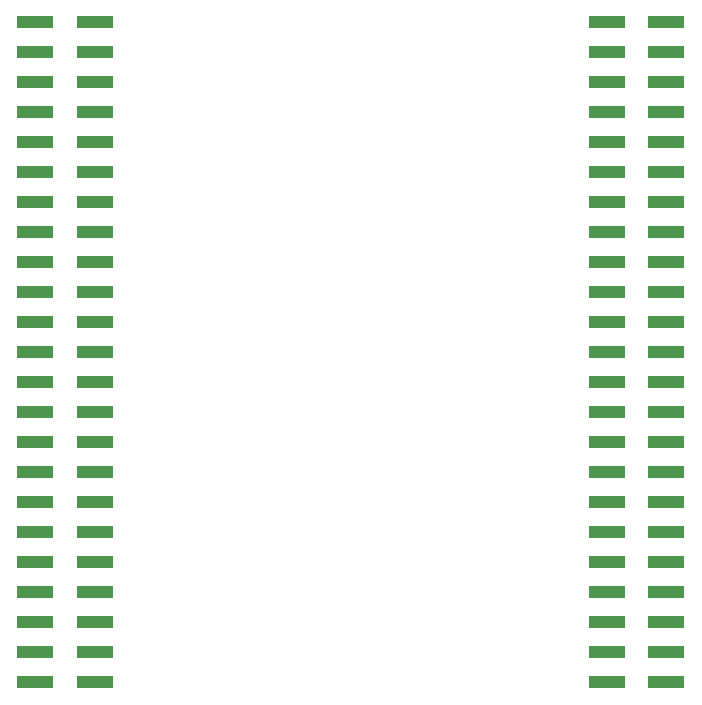
<source format=gbp>
%TF.GenerationSoftware,KiCad,Pcbnew,5.1.10*%
%TF.CreationDate,2021-06-14T21:55:46+02:00*%
%TF.ProjectId,output-cape-v1,6f757470-7574-42d6-9361-70652d76312e,1*%
%TF.SameCoordinates,Original*%
%TF.FileFunction,Paste,Bot*%
%TF.FilePolarity,Positive*%
%FSLAX46Y46*%
G04 Gerber Fmt 4.6, Leading zero omitted, Abs format (unit mm)*
G04 Created by KiCad (PCBNEW 5.1.10) date 2021-06-14 21:55:46*
%MOMM*%
%LPD*%
G01*
G04 APERTURE LIST*
%ADD10R,3.150000X1.000000*%
G04 APERTURE END LIST*
D10*
%TO.C,U104*%
X127925000Y-134987000D03*
X132975000Y-134987000D03*
X127925000Y-132447000D03*
X132975000Y-132447000D03*
X127925000Y-129907000D03*
X132975000Y-129907000D03*
X127925000Y-127367000D03*
X132975000Y-127367000D03*
X127925000Y-124827000D03*
X132975000Y-124827000D03*
X127925000Y-122287000D03*
X132975000Y-122287000D03*
X127925000Y-119747000D03*
X132975000Y-119747000D03*
X127925000Y-117207000D03*
X132975000Y-117207000D03*
X127925000Y-114667000D03*
X132975000Y-114667000D03*
X127925000Y-112127000D03*
X132975000Y-112127000D03*
X127925000Y-109587000D03*
X132975000Y-109587000D03*
X127925000Y-107047000D03*
X132975000Y-107047000D03*
X127925000Y-104507000D03*
X132975000Y-104507000D03*
X127925000Y-101967000D03*
X132975000Y-101967000D03*
X127925000Y-99427000D03*
X132975000Y-99427000D03*
X127925000Y-96887000D03*
X132975000Y-96887000D03*
X127925000Y-94347000D03*
X132975000Y-94347000D03*
X127925000Y-91807000D03*
X132975000Y-91807000D03*
X127925000Y-89267000D03*
X132975000Y-89267000D03*
X127925000Y-86727000D03*
X132975000Y-86727000D03*
X127925000Y-84187000D03*
X132975000Y-84187000D03*
X127925000Y-81647000D03*
X132975000Y-81647000D03*
X127925000Y-79107000D03*
X132975000Y-79107000D03*
%TD*%
%TO.C,U103*%
X79538000Y-134987000D03*
X84588000Y-134987000D03*
X79538000Y-132447000D03*
X84588000Y-132447000D03*
X79538000Y-129907000D03*
X84588000Y-129907000D03*
X79538000Y-127367000D03*
X84588000Y-127367000D03*
X79538000Y-124827000D03*
X84588000Y-124827000D03*
X79538000Y-122287000D03*
X84588000Y-122287000D03*
X79538000Y-119747000D03*
X84588000Y-119747000D03*
X79538000Y-117207000D03*
X84588000Y-117207000D03*
X79538000Y-114667000D03*
X84588000Y-114667000D03*
X79538000Y-112127000D03*
X84588000Y-112127000D03*
X79538000Y-109587000D03*
X84588000Y-109587000D03*
X79538000Y-107047000D03*
X84588000Y-107047000D03*
X79538000Y-104507000D03*
X84588000Y-104507000D03*
X79538000Y-101967000D03*
X84588000Y-101967000D03*
X79538000Y-99427000D03*
X84588000Y-99427000D03*
X79538000Y-96887000D03*
X84588000Y-96887000D03*
X79538000Y-94347000D03*
X84588000Y-94347000D03*
X79538000Y-91807000D03*
X84588000Y-91807000D03*
X79538000Y-89267000D03*
X84588000Y-89267000D03*
X79538000Y-86727000D03*
X84588000Y-86727000D03*
X79538000Y-84187000D03*
X84588000Y-84187000D03*
X79538000Y-81647000D03*
X84588000Y-81647000D03*
X79538000Y-79107000D03*
X84588000Y-79107000D03*
%TD*%
M02*

</source>
